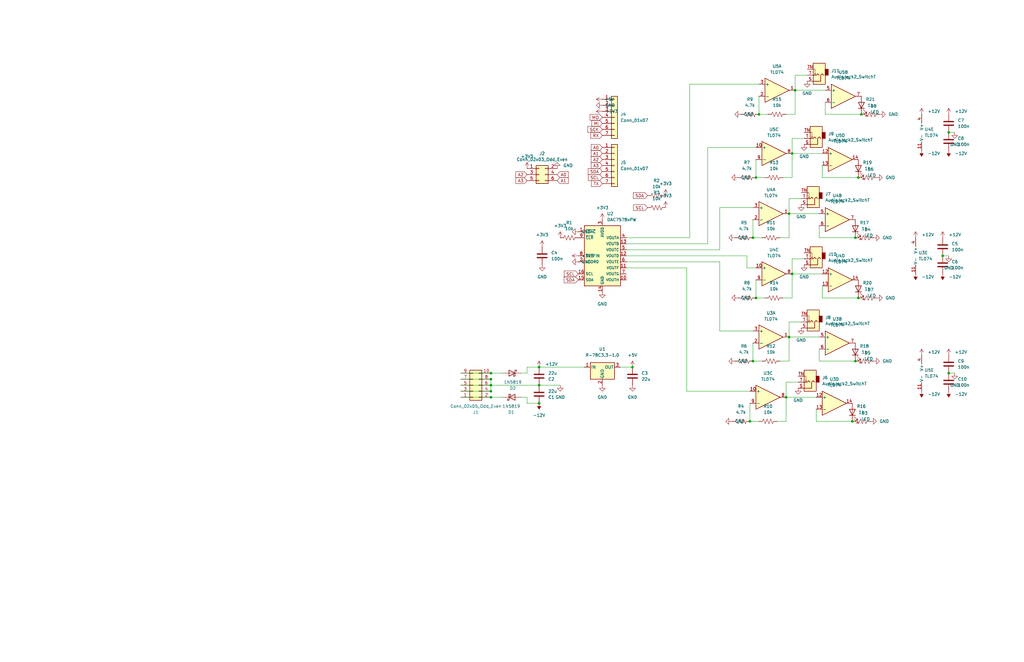
<source format=kicad_sch>
(kicad_sch (version 20211123) (generator eeschema)
  (paper "B")
  (lib_symbols
    (symbol "Amplifier_Operational:TL074" (pin_names (offset 0.127))
      (property "Reference" "U" (at 0 5.08 0))
      (property "Value" "TL074" (at 0 -5.08 0))
      (symbol "TL074_1_1"
        (polyline (pts (xy -5.08 5.08) (xy 5.08 0) (xy -5.08 -5.08) (xy -5.08 5.08)) (stroke (width 0.254)) (fill (type background)))
        (pin output line (at 7.62 0 180) (length 2.54) (name "~") (number "1"))
        (pin input line (at -7.62 -2.54 0) (length 2.54) (name "-") (number "2"))
        (pin input line (at -7.62 2.54 0) (length 2.54) (name "+") (number "3"))
      )
      (symbol "TL074_2_1"
        (polyline (pts (xy -5.08 5.08) (xy 5.08 0) (xy -5.08 -5.08) (xy -5.08 5.08)) (stroke (width 0.254)) (fill (type background)))
        (pin input line (at -7.62 2.54 0) (length 2.54) (name "+") (number "5"))
        (pin input line (at -7.62 -2.54 0) (length 2.54) (name "-") (number "6"))
        (pin output line (at 7.62 0 180) (length 2.54) (name "~") (number "7"))
      )
      (symbol "TL074_3_1"
        (polyline (pts (xy -5.08 5.08) (xy 5.08 0) (xy -5.08 -5.08) (xy -5.08 5.08)) (stroke (width 0.254)) (fill (type background)))
        (pin input line (at -7.62 2.54 0) (length 2.54) (name "+") (number "10"))
        (pin output line (at 7.62 0 180) (length 2.54) (name "~") (number "8"))
        (pin input line (at -7.62 -2.54 0) (length 2.54) (name "-") (number "9"))
      )
      (symbol "TL074_4_1"
        (polyline (pts (xy -5.08 5.08) (xy 5.08 0) (xy -5.08 -5.08) (xy -5.08 5.08)) (stroke (width 0.254)) (fill (type background)))
        (pin input line (at -7.62 2.54 0) (length 2.54) (name "+") (number "12"))
        (pin input line (at -7.62 -2.54 0) (length 2.54) (name "-") (number "13"))
        (pin output line (at 7.62 0 180) (length 2.54) (name "~") (number "14"))
      )
      (symbol "TL074_5_1"
        (pin power_in line (at -2.54 -7.62 90) (length 3.81) (name "V-") (number "11"))
        (pin power_in line (at -2.54 7.62 270) (length 3.81) (name "V+") (number "4"))
      )
    )
    (symbol "Analog_DAC:DAC7578xPW"
      (property "Reference" "U" (at -7.62 13.97 0))
      (property "Value" "DAC7578xPW" (at 7.62 13.97 0))
      (symbol "DAC7578xPW_0_1"
        (rectangle (start -7.62 12.7) (end 7.62 -12.7) (stroke (width 0.254)) (fill (type background)))
      )
      (symbol "DAC7578xPW_1_1"
        (pin input line (at -10.16 10.16 0) (length 2.54) (name "~{LDAC}") (number "1"))
        (pin output line (at 10.16 -10.16 180) (length 2.54) (name "VOUTH") (number "10"))
        (pin output line (at 10.16 -5.08 180) (length 2.54) (name "VOUTF") (number "11"))
        (pin output line (at 10.16 0 180) (length 2.54) (name "VOUTD") (number "12"))
        (pin output line (at 10.16 5.08 180) (length 2.54) (name "VOUTB") (number "13"))
        (pin power_in line (at 0 -15.24 90) (length 2.54) (name "GND") (number "14"))
        (pin bidirectional line (at -10.16 -10.16 0) (length 2.54) (name "SDA") (number "15"))
        (pin input line (at -10.16 -7.62 0) (length 2.54) (name "SCL") (number "16"))
        (pin input line (at -10.16 -2.54 0) (length 2.54) (name "ADDR0") (number "2"))
        (pin power_in line (at 0 15.24 270) (length 2.54) (name "AVDD") (number "3"))
        (pin output line (at 10.16 7.62 180) (length 2.54) (name "VOUTA") (number "4"))
        (pin output line (at 10.16 2.54 180) (length 2.54) (name "VOUTC") (number "5"))
        (pin output line (at 10.16 -2.54 180) (length 2.54) (name "VOUTE") (number "6"))
        (pin output line (at 10.16 -7.62 180) (length 2.54) (name "VOUTG") (number "7"))
        (pin input line (at -10.16 0 0) (length 2.54) (name "VREFIN") (number "8"))
        (pin input line (at -10.16 7.62 0) (length 2.54) (name "~{CLR}") (number "9"))
      )
    )
    (symbol "Connector:AudioJack2_SwitchT"
      (property "Reference" "J" (at 0 8.89 0))
      (property "Value" "AudioJack2_SwitchT" (at 0 6.35 0))
      (symbol "AudioJack2_SwitchT_0_1"
        (rectangle (start -2.54 0) (end -3.81 -2.54) (stroke (width 0.254)) (fill (type outline)))
        (polyline (pts (xy 1.778 -0.254) (xy 2.032 -0.762)))
        (polyline (pts (xy 0 0) (xy 0.635 -0.635) (xy 1.27 0) (xy 2.54 0)) (stroke (width 0.254)))
        (polyline (pts (xy 2.54 -2.54) (xy 1.778 -2.54) (xy 1.778 -0.254) (xy 1.524 -0.762)))
        (polyline (pts (xy 2.54 2.54) (xy -0.635 2.54) (xy -0.635 0) (xy -1.27 -0.635) (xy -1.905 0)) (stroke (width 0.254)))
        (rectangle (start 2.54 3.81) (end -2.54 -5.08) (stroke (width 0.254)) (fill (type background)))
      )
      (symbol "AudioJack2_SwitchT_1_1"
        (pin passive line (at 5.08 2.54 180) (length 2.54) (name "~") (number "S"))
        (pin passive line (at 5.08 0 180) (length 2.54) (name "~") (number "T"))
        (pin passive line (at 5.08 -2.54 180) (length 2.54) (name "~") (number "TN"))
      )
    )
    (symbol "Connector_Generic:Conn_01x07" (pin_names (offset 1.016) hide)
      (property "Reference" "J" (at 0 10.16 0))
      (property "Value" "Conn_01x07" (at 0 -10.16 0))
      (symbol "Conn_01x07_1_1"
        (rectangle (start -1.27 -7.493) (end 0 -7.747) (stroke (width 0.1524)))
        (rectangle (start -1.27 -4.953) (end 0 -5.207) (stroke (width 0.1524)))
        (rectangle (start -1.27 -2.413) (end 0 -2.667) (stroke (width 0.1524)))
        (rectangle (start -1.27 0.127) (end 0 -0.127) (stroke (width 0.1524)))
        (rectangle (start -1.27 2.667) (end 0 2.413) (stroke (width 0.1524)))
        (rectangle (start -1.27 5.207) (end 0 4.953) (stroke (width 0.1524)))
        (rectangle (start -1.27 7.747) (end 0 7.493) (stroke (width 0.1524)))
        (rectangle (start -1.27 8.89) (end 1.27 -8.89) (stroke (width 0.254)) (fill (type background)))
        (pin passive line (at -5.08 7.62 0) (length 3.81) (name "Pin_1") (number "1"))
        (pin passive line (at -5.08 5.08 0) (length 3.81) (name "Pin_2") (number "2"))
        (pin passive line (at -5.08 2.54 0) (length 3.81) (name "Pin_3") (number "3"))
        (pin passive line (at -5.08 0 0) (length 3.81) (name "Pin_4") (number "4"))
        (pin passive line (at -5.08 -2.54 0) (length 3.81) (name "Pin_5") (number "5"))
        (pin passive line (at -5.08 -5.08 0) (length 3.81) (name "Pin_6") (number "6"))
        (pin passive line (at -5.08 -7.62 0) (length 3.81) (name "Pin_7") (number "7"))
      )
    )
    (symbol "Connector_Generic:Conn_02x03_Odd_Even" (pin_names (offset 1.016) hide)
      (property "Reference" "J" (at 1.27 5.08 0))
      (property "Value" "Conn_02x03_Odd_Even" (at 1.27 -5.08 0))
      (symbol "Conn_02x03_Odd_Even_1_1"
        (rectangle (start -1.27 -2.413) (end 0 -2.667) (stroke (width 0.1524)))
        (rectangle (start -1.27 0.127) (end 0 -0.127) (stroke (width 0.1524)))
        (rectangle (start -1.27 2.667) (end 0 2.413) (stroke (width 0.1524)))
        (rectangle (start -1.27 3.81) (end 3.81 -3.81) (stroke (width 0.254)) (fill (type background)))
        (rectangle (start 3.81 -2.413) (end 2.54 -2.667) (stroke (width 0.1524)))
        (rectangle (start 3.81 0.127) (end 2.54 -0.127) (stroke (width 0.1524)))
        (rectangle (start 3.81 2.667) (end 2.54 2.413) (stroke (width 0.1524)))
        (pin passive line (at -5.08 2.54 0) (length 3.81) (name "Pin_1") (number "1"))
        (pin passive line (at 7.62 2.54 180) (length 3.81) (name "Pin_2") (number "2"))
        (pin passive line (at -5.08 0 0) (length 3.81) (name "Pin_3") (number "3"))
        (pin passive line (at 7.62 0 180) (length 3.81) (name "Pin_4") (number "4"))
        (pin passive line (at -5.08 -2.54 0) (length 3.81) (name "Pin_5") (number "5"))
        (pin passive line (at 7.62 -2.54 180) (length 3.81) (name "Pin_6") (number "6"))
      )
    )
    (symbol "Connector_Generic:Conn_02x05_Odd_Even" (pin_names (offset 1.016) hide)
      (property "Reference" "J" (at 1.27 7.62 0))
      (property "Value" "Conn_02x05_Odd_Even" (at 1.27 -7.62 0))
      (symbol "Conn_02x05_Odd_Even_1_1"
        (rectangle (start -1.27 -4.953) (end 0 -5.207) (stroke (width 0.1524)))
        (rectangle (start -1.27 -2.413) (end 0 -2.667) (stroke (width 0.1524)))
        (rectangle (start -1.27 0.127) (end 0 -0.127) (stroke (width 0.1524)))
        (rectangle (start -1.27 2.667) (end 0 2.413) (stroke (width 0.1524)))
        (rectangle (start -1.27 5.207) (end 0 4.953) (stroke (width 0.1524)))
        (rectangle (start -1.27 6.35) (end 3.81 -6.35) (stroke (width 0.254)) (fill (type background)))
        (rectangle (start 3.81 -4.953) (end 2.54 -5.207) (stroke (width 0.1524)))
        (rectangle (start 3.81 -2.413) (end 2.54 -2.667) (stroke (width 0.1524)))
        (rectangle (start 3.81 0.127) (end 2.54 -0.127) (stroke (width 0.1524)))
        (rectangle (start 3.81 2.667) (end 2.54 2.413) (stroke (width 0.1524)))
        (rectangle (start 3.81 5.207) (end 2.54 4.953) (stroke (width 0.1524)))
        (pin passive line (at -5.08 5.08 0) (length 3.81) (name "Pin_1") (number "1"))
        (pin passive line (at 7.62 -5.08 180) (length 3.81) (name "Pin_10") (number "10"))
        (pin passive line (at 7.62 5.08 180) (length 3.81) (name "Pin_2") (number "2"))
        (pin passive line (at -5.08 2.54 0) (length 3.81) (name "Pin_3") (number "3"))
        (pin passive line (at 7.62 2.54 180) (length 3.81) (name "Pin_4") (number "4"))
        (pin passive line (at -5.08 0 0) (length 3.81) (name "Pin_5") (number "5"))
        (pin passive line (at 7.62 0 180) (length 3.81) (name "Pin_6") (number "6"))
        (pin passive line (at -5.08 -2.54 0) (length 3.81) (name "Pin_7") (number "7"))
        (pin passive line (at 7.62 -2.54 180) (length 3.81) (name "Pin_8") (number "8"))
        (pin passive line (at -5.08 -5.08 0) (length 3.81) (name "Pin_9") (number "9"))
      )
    )
    (symbol "Device:C" (pin_numbers hide) (pin_names (offset 0.254))
      (property "Reference" "C" (at 0.635 2.54 0))
      (property "Value" "C" (at 0.635 -2.54 0))
      (symbol "C_0_1"
        (polyline (pts (xy -2.032 -0.762) (xy 2.032 -0.762)) (stroke (width 0.508)))
        (polyline (pts (xy -2.032 0.762) (xy 2.032 0.762)) (stroke (width 0.508)))
      )
      (symbol "C_1_1"
        (pin passive line (at 0 3.81 270) (length 2.794) (name "~") (number "1"))
        (pin passive line (at 0 -3.81 90) (length 2.794) (name "~") (number "2"))
      )
    )
    (symbol "Device:LED" (pin_numbers hide) (pin_names (offset 1.016) hide)
      (property "Reference" "D" (at 0 2.54 0))
      (property "Value" "LED" (at 0 -2.54 0))
      (symbol "LED_0_1"
        (polyline (pts (xy -1.27 -1.27) (xy -1.27 1.27)) (stroke (width 0.254)))
        (polyline (pts (xy -1.27 0) (xy 1.27 0)))
        (polyline (pts (xy 1.27 -1.27) (xy 1.27 1.27) (xy -1.27 0) (xy 1.27 -1.27)) (stroke (width 0.254)))
        (polyline (pts (xy -3.048 -0.762) (xy -4.572 -2.286) (xy -3.81 -2.286) (xy -4.572 -2.286) (xy -4.572 -1.524)))
        (polyline (pts (xy -1.778 -0.762) (xy -3.302 -2.286) (xy -2.54 -2.286) (xy -3.302 -2.286) (xy -3.302 -1.524)))
      )
      (symbol "LED_1_1"
        (pin passive line (at -3.81 0 0) (length 2.54) (name "K") (number "1"))
        (pin passive line (at 3.81 0 180) (length 2.54) (name "A") (number "2"))
      )
    )
    (symbol "Device:R_US" (pin_numbers hide) (pin_names (offset 0))
      (property "Reference" "R" (at 2.54 0 90))
      (property "Value" "R_US" (at -2.54 0 90))
      (symbol "R_US_0_1"
        (polyline (pts (xy 0 -2.286) (xy 0 -2.54)))
        (polyline (pts (xy 0 2.286) (xy 0 2.54)))
        (polyline (pts (xy 0 -0.762) (xy 1.016 -1.143) (xy 0 -1.524) (xy -1.016 -1.905) (xy 0 -2.286)))
        (polyline (pts (xy 0 0.762) (xy 1.016 0.381) (xy 0 0) (xy -1.016 -0.381) (xy 0 -0.762)))
        (polyline (pts (xy 0 2.286) (xy 1.016 1.905) (xy 0 1.524) (xy -1.016 1.143) (xy 0 0.762)))
      )
      (symbol "R_US_1_1"
        (pin passive line (at 0 3.81 270) (length 1.27) (name "~") (number "1"))
        (pin passive line (at 0 -3.81 90) (length 1.27) (name "~") (number "2"))
      )
    )
    (symbol "Diode:1N5819" (pin_numbers hide) (pin_names (offset 1.016) hide)
      (property "Reference" "D" (at 0 2.54 0))
      (property "Value" "1N5819" (at 0 -2.54 0))
      (symbol "1N5819_0_1"
        (polyline (pts (xy 1.27 0) (xy -1.27 0)))
        (polyline (pts (xy 1.27 1.27) (xy 1.27 -1.27) (xy -1.27 0) (xy 1.27 1.27)) (stroke (width 0.254)))
        (polyline (pts (xy -1.905 0.635) (xy -1.905 1.27) (xy -1.27 1.27) (xy -1.27 -1.27) (xy -0.635 -1.27) (xy -0.635 -0.635)) (stroke (width 0.254)))
      )
      (symbol "1N5819_1_1"
        (pin passive line (at -3.81 0 0) (length 2.54) (name "K") (number "1"))
        (pin passive line (at 3.81 0 180) (length 2.54) (name "A") (number "2"))
      )
    )
    (symbol "Regulator_Switching:R-78C3.3-1.0" (pin_names (offset 0.254))
      (property "Reference" "U" (at -3.81 3.175 0))
      (property "Value" "R-78C3.3-1.0" (at 0 3.175 0))
      (symbol "R-78C3.3-1.0_0_1"
        (rectangle (start -5.08 1.905) (end 5.08 -5.08) (stroke (width 0.254)) (fill (type background)))
      )
      (symbol "R-78C3.3-1.0_1_1"
        (pin power_in line (at -7.62 0 0) (length 2.54) (name "IN") (number "1"))
        (pin power_in line (at 0 -7.62 90) (length 2.54) (name "GND") (number "2"))
        (pin power_out line (at 7.62 0 180) (length 2.54) (name "OUT") (number "3"))
      )
    )
    (symbol "power:+12V" (power) (pin_names (offset 0))
      (property "Value" "+12V" (at 0 3.556 0))
      (symbol "+12V_0_1"
        (polyline (pts (xy -0.762 1.27) (xy 0 2.54)))
        (polyline (pts (xy 0 0) (xy 0 2.54)))
        (polyline (pts (xy 0 2.54) (xy 0.762 1.27)))
      )
      (symbol "+12V_1_1"
        (pin power_in line (at 0 0 90) (length 0) hide (name "+12V") (number "1"))
      )
    )
    (symbol "power:+3.3V" (power) (pin_names (offset 0))
      (property "Value" "+3.3V" (at 0 3.556 0))
      (symbol "+3.3V_0_1"
        (polyline (pts (xy -0.762 1.27) (xy 0 2.54)))
        (polyline (pts (xy 0 0) (xy 0 2.54)))
        (polyline (pts (xy 0 2.54) (xy 0.762 1.27)))
      )
      (symbol "+3.3V_1_1"
        (pin power_in line (at 0 0 90) (length 0) hide (name "+3V3") (number "1"))
      )
    )
    (symbol "power:+5V" (power) (pin_names (offset 0))
      (property "Value" "+5V" (at 0 3.556 0))
      (symbol "+5V_0_1"
        (polyline (pts (xy -0.762 1.27) (xy 0 2.54)))
        (polyline (pts (xy 0 0) (xy 0 2.54)))
        (polyline (pts (xy 0 2.54) (xy 0.762 1.27)))
      )
      (symbol "+5V_1_1"
        (pin power_in line (at 0 0 90) (length 0) hide (name "+5V") (number "1"))
      )
    )
    (symbol "power:-12V" (power) (pin_names (offset 0))
      (property "Value" "-12V" (at 0 3.81 0))
      (symbol "-12V_0_0"
        (pin power_in line (at 0 0 90) (length 0) hide (name "-12V") (number "1"))
      )
      (symbol "-12V_0_1"
        (polyline (pts (xy 0 0) (xy 0 1.27) (xy 0.762 1.27) (xy 0 2.54) (xy -0.762 1.27) (xy 0 1.27)) (fill (type outline)))
      )
    )
    (symbol "power:GND" (power) (pin_names (offset 0))
      (property "Value" "GND" (at 0 -3.81 0))
      (symbol "GND_0_1"
        (polyline (pts (xy 0 0) (xy 0 -1.27) (xy 1.27 -1.27) (xy 0 -2.54) (xy -1.27 -1.27) (xy 0 -1.27)))
      )
      (symbol "GND_1_1"
        (pin power_in line (at 0 0 270) (length 0) hide (name "GND") (number "1"))
      )
    )
  )
  (junction (at 332.74 90.17))
  (junction (at 360.68 100.33))
  (junction (at 332.74 142.24))
  (junction (at 363.22 48.26))
  (junction (at 359.41 177.8))
  (junction (at 207.01 160.02))
  (junction (at 397.51 107.95))
  (junction (at 207.01 157.48))
  (junction (at 317.5 152.4))
  (junction (at 400.05 55.88))
  (junction (at 334.01 64.77))
  (junction (at 400.05 157.48))
  (junction (at 207.01 165.1))
  (junction (at 227.33 162.56))
  (junction (at 318.77 125.73))
  (junction (at 207.01 162.56))
  (junction (at 334.01 115.57))
  (junction (at 335.28 38.1))
  (junction (at 227.33 170.18))
  (junction (at 266.7 154.94))
  (junction (at 320.04 48.26))
  (junction (at 317.5 100.33))
  (junction (at 331.47 167.64))
  (junction (at 207.01 167.64))
  (junction (at 318.77 74.93))
  (junction (at 227.33 154.94))
  (junction (at 361.95 74.93))
  (junction (at 360.68 152.4))
  (junction (at 316.23 177.8))
  (junction (at 361.95 125.73))
  (wire (pts (xy 222.25 167.64) (xy 219.71 167.64)))
  (wire (pts (xy 331.47 161.29) (xy 331.47 167.64)))
  (wire (pts (xy 303.53 105.41) (xy 303.53 87.63)))
  (wire (pts (xy 194.31 157.48) (xy 207.01 157.48)))
  (wire (pts (xy 334.01 64.77) (xy 346.71 64.77)))
  (wire (pts (xy 316.23 177.8) (xy 320.04 177.8)))
  (wire (pts (xy 222.25 157.48) (xy 219.71 157.48)))
  (wire (pts (xy 335.28 31.75) (xy 335.28 38.1)))
  (wire (pts (xy 339.09 58.42) (xy 334.01 58.42)))
  (wire (pts (xy 317.5 152.4) (xy 321.31 152.4)))
  (wire (pts (xy 207.01 165.1) (xy 207.01 162.56)))
  (wire (pts (xy 331.47 167.64) (xy 331.47 177.8)))
  (wire (pts (xy 264.16 102.87) (xy 298.45 102.87)))
  (wire (pts (xy 303.53 87.63) (xy 317.5 87.63)))
  (wire (pts (xy 345.44 147.32) (xy 345.44 152.4)))
  (wire (pts (xy 303.53 110.49) (xy 303.53 139.7)))
  (wire (pts (xy 332.74 90.17) (xy 345.44 90.17)))
  (wire (pts (xy 332.74 152.4) (xy 328.93 152.4)))
  (wire (pts (xy 332.74 90.17) (xy 332.74 100.33)))
  (wire (pts (xy 227.33 170.18) (xy 222.25 170.18)))
  (wire (pts (xy 318.77 118.11) (xy 318.77 125.73)))
  (wire (pts (xy 344.17 172.72) (xy 344.17 177.8)))
  (wire (pts (xy 346.71 120.65) (xy 346.71 125.73)))
  (wire (pts (xy 289.56 165.1) (xy 289.56 113.03)))
  (wire (pts (xy 264.16 105.41) (xy 303.53 105.41)))
  (wire (pts (xy 207.01 157.48) (xy 212.09 157.48)))
  (wire (pts (xy 320.04 48.26) (xy 323.85 48.26)))
  (wire (pts (xy 331.47 177.8) (xy 327.66 177.8)))
  (wire (pts (xy 290.83 100.33) (xy 290.83 35.56)))
  (wire (pts (xy 194.31 162.56) (xy 207.01 162.56)))
  (wire (pts (xy 222.25 170.18) (xy 222.25 167.64)))
  (wire (pts (xy 298.45 62.23) (xy 318.77 62.23)))
  (wire (pts (xy 332.74 142.24) (xy 332.74 152.4)))
  (wire (pts (xy 334.01 115.57) (xy 334.01 125.73)))
  (wire (pts (xy 334.01 115.57) (xy 346.71 115.57)))
  (wire (pts (xy 261.62 154.94) (xy 266.7 154.94)))
  (wire (pts (xy 318.77 67.31) (xy 318.77 74.93)))
  (wire (pts (xy 227.33 162.56) (xy 236.22 162.56)))
  (wire (pts (xy 317.5 100.33) (xy 321.31 100.33)))
  (wire (pts (xy 314.96 107.95) (xy 314.96 113.03)))
  (wire (pts (xy 332.74 135.89) (xy 332.74 142.24)))
  (wire (pts (xy 397.51 107.95) (xy 400.05 107.95)))
  (wire (pts (xy 346.71 69.85) (xy 346.71 74.93)))
  (wire (pts (xy 347.98 43.18) (xy 347.98 48.26)))
  (wire (pts (xy 334.01 109.22) (xy 334.01 115.57)))
  (wire (pts (xy 334.01 125.73) (xy 330.2 125.73)))
  (wire (pts (xy 264.16 110.49) (xy 303.53 110.49)))
  (wire (pts (xy 335.28 38.1) (xy 335.28 48.26)))
  (wire (pts (xy 298.45 102.87) (xy 298.45 62.23)))
  (wire (pts (xy 339.09 109.22) (xy 334.01 109.22)))
  (wire (pts (xy 290.83 35.56) (xy 320.04 35.56)))
  (wire (pts (xy 289.56 165.1) (xy 316.23 165.1)))
  (wire (pts (xy 335.28 48.26) (xy 331.47 48.26)))
  (wire (pts (xy 317.5 92.71) (xy 317.5 100.33)))
  (wire (pts (xy 207.01 167.64) (xy 212.09 167.64)))
  (wire (pts (xy 345.44 152.4) (xy 360.68 152.4)))
  (wire (pts (xy 400.05 157.48) (xy 402.59 157.48)))
  (wire (pts (xy 336.55 161.29) (xy 331.47 161.29)))
  (wire (pts (xy 303.53 139.7) (xy 317.5 139.7)))
  (wire (pts (xy 346.71 74.93) (xy 361.95 74.93)))
  (wire (pts (xy 331.47 167.64) (xy 344.17 167.64)))
  (wire (pts (xy 227.33 154.94) (xy 246.38 154.94)))
  (wire (pts (xy 207.01 162.56) (xy 207.01 160.02)))
  (wire (pts (xy 264.16 100.33) (xy 290.83 100.33)))
  (wire (pts (xy 337.82 83.82) (xy 332.74 83.82)))
  (wire (pts (xy 347.98 48.26) (xy 363.22 48.26)))
  (wire (pts (xy 337.82 135.89) (xy 332.74 135.89)))
  (wire (pts (xy 334.01 74.93) (xy 330.2 74.93)))
  (wire (pts (xy 318.77 74.93) (xy 322.58 74.93)))
  (wire (pts (xy 194.31 167.64) (xy 207.01 167.64)))
  (wire (pts (xy 318.77 125.73) (xy 322.58 125.73)))
  (wire (pts (xy 194.31 160.02) (xy 207.01 160.02)))
  (wire (pts (xy 346.71 125.73) (xy 361.95 125.73)))
  (wire (pts (xy 318.77 113.03) (xy 314.96 113.03)))
  (wire (pts (xy 194.31 165.1) (xy 207.01 165.1)))
  (wire (pts (xy 400.05 55.88) (xy 402.59 55.88)))
  (wire (pts (xy 332.74 83.82) (xy 332.74 90.17)))
  (wire (pts (xy 332.74 100.33) (xy 328.93 100.33)))
  (wire (pts (xy 332.74 142.24) (xy 345.44 142.24)))
  (wire (pts (xy 345.44 100.33) (xy 360.68 100.33)))
  (wire (pts (xy 264.16 107.95) (xy 314.96 107.95)))
  (wire (pts (xy 334.01 64.77) (xy 334.01 74.93)))
  (wire (pts (xy 227.33 154.94) (xy 222.25 154.94)))
  (wire (pts (xy 335.28 38.1) (xy 347.98 38.1)))
  (wire (pts (xy 207.01 162.56) (xy 227.33 162.56)))
  (wire (pts (xy 340.36 31.75) (xy 335.28 31.75)))
  (wire (pts (xy 344.17 177.8) (xy 359.41 177.8)))
  (wire (pts (xy 317.5 144.78) (xy 317.5 152.4)))
  (wire (pts (xy 334.01 58.42) (xy 334.01 64.77)))
  (wire (pts (xy 345.44 95.25) (xy 345.44 100.33)))
  (wire (pts (xy 289.56 113.03) (xy 264.16 113.03)))
  (wire (pts (xy 316.23 170.18) (xy 316.23 177.8)))
  (wire (pts (xy 222.25 154.94) (xy 222.25 157.48)))
  (wire (pts (xy 320.04 40.64) (xy 320.04 48.26)))
  (global_label "MI" (shape input) (at 254 52.07 180) (property "Intersheet References" "${INTERSHEET_REFS}" (effects hide)))
  (global_label "A3" (shape input) (at 222.25 76.2 180) (property "Intersheet References" "${INTERSHEET_REFS}" (effects hide)))
  (global_label "RX" (shape input) (at 254 57.15 180) (property "Intersheet References" "${INTERSHEET_REFS}" (effects hide)))
  (global_label "A0" (shape input) (at 234.95 73.66 0) (property "Intersheet References" "${INTERSHEET_REFS}" (effects hide)))
  (global_label "A2" (shape input) (at 222.25 73.66 180) (property "Intersheet References" "${INTERSHEET_REFS}" (effects hide)))
  (global_label "SDA" (shape input) (at 273.05 82.55 180) (property "Intersheet References" "${INTERSHEET_REFS}" (effects hide)))
  (global_label "A1" (shape input) (at 234.95 76.2 0) (property "Intersheet References" "${INTERSHEET_REFS}" (effects hide)))
  (global_label "A1" (shape input) (at 254 64.77 180) (property "Intersheet References" "${INTERSHEET_REFS}" (effects hide)))
  (global_label "SDA" (shape input) (at 254 72.39 180) (property "Intersheet References" "${INTERSHEET_REFS}" (effects hide)))
  (global_label "SDA" (shape input) (at 243.84 118.11 180) (property "Intersheet References" "${INTERSHEET_REFS}" (effects hide)))
  (global_label "TX" (shape input) (at 254 77.47 180) (property "Intersheet References" "${INTERSHEET_REFS}" (effects hide)))
  (global_label "SCL" (shape input) (at 254 74.93 180) (property "Intersheet References" "${INTERSHEET_REFS}" (effects hide)))
  (global_label "A3" (shape input) (at 254 69.85 180) (property "Intersheet References" "${INTERSHEET_REFS}" (effects hide)))
  (global_label "A0" (shape input) (at 254 62.23 180) (property "Intersheet References" "${INTERSHEET_REFS}" (effects hide)))
  (global_label "SCK" (shape input) (at 254 54.61 180) (property "Intersheet References" "${INTERSHEET_REFS}" (effects hide)))
  (global_label "SCL" (shape input) (at 273.05 87.63 180) (property "Intersheet References" "${INTERSHEET_REFS}" (effects hide)))
  (global_label "SCL" (shape input) (at 243.84 115.57 180) (property "Intersheet References" "${INTERSHEET_REFS}" (effects hide)))
  (global_label "A2" (shape input) (at 254 67.31 180) (property "Intersheet References" "${INTERSHEET_REFS}" (effects hide)))
  (global_label "MO" (shape input) (at 254 49.53 180) (property "Intersheet References" "${INTERSHEET_REFS}" (effects hide)))
  (symbol (lib_id "Device:R_US") (at 364.49 100.33 90) (unit 1)
    (property "Reference" "R17" (at 364.49 93.98 90))
    (property "Value" "1k" (at 364.49 96.52 90))
    (property "Footprint" "Resistor_SMD:R_0603_1608Metric" (effects hide))
  )
  (symbol (lib_id "Regulator_Switching:R-78C3.3-1.0") (at 254 154.94 0) (unit 1)
    (property "Reference" "U1" (at 254 147.32 0))
    (property "Value" "R-78C3.3-1.0" (at 254 149.86 0))
    (property "Footprint" "Converter_DCDC:Converter_DCDC_RECOM_R-78E-0.5_THT" (effects hide))
    (property "Datasheet" "https://www.recom-power.com/pdf/Innoline/R-78Cxx-1.0.pdf" (effects hide))
  )
  (symbol (lib_id "Device:R_US") (at 316.23 48.26 270) (unit 1)
    (property "Reference" "R9" (at 316.23 41.91 90))
    (property "Value" "4.7k" (at 316.23 44.45 90))
    (property "Footprint" "Resistor_SMD:R_0603_1608Metric" (effects hide))
  )
  (symbol (lib_id "power:+3.3V") (at 228.6 104.14 0) (unit 1)
    (property "Reference" "#PWR010" (effects hide))
    (property "Value" "+3.3V" (at 228.6 99.06 0))
  )
  (symbol (lib_id "power:GND") (at 309.88 100.33 270) (unit 1)
    (property "Reference" "#PWR024" (effects hide))
    (property "Value" "GND" (at 311.15 100.3299 90) (effects (justify left)))
  )
  (symbol (lib_id "Amplifier_Operational:TL074") (at 353.06 92.71 0) (unit 2)
    (property "Reference" "U4" (at 353.06 82.55 0))
    (property "Value" "TL074" (at 353.06 85.09 0))
    (property "Footprint" "Package_SO:SOIC-14_3.9x8.7mm_P1.27mm" (effects hide))
    (property "Datasheet" "http://www.ti.com/lit/ds/symlink/tl071.pdf" (effects hide))
  )
  (symbol (lib_id "power:GND") (at 368.3 152.4 90) (unit 1)
    (property "Reference" "#PWR037" (effects hide))
    (property "Value" "GND" (at 372.11 152.3999 90) (effects (justify right)))
  )
  (symbol (lib_id "Connector:AudioJack2_SwitchT") (at 342.9 135.89 180) (unit 1)
    (property "Reference" "J8" (at 347.98 133.9849 0) (effects (justify right)))
    (property "Value" "AudioJack2_SwitchT" (at 347.98 136.5249 0) (effects (justify right)))
    (property "Footprint" "Connector_Audio:Jack_3.5mm_QingPu_WQP-PJ398SM_Vertical_CircularHoles" (effects hide))
  )
  (symbol (lib_id "power:+12V") (at 386.08 100.33 0) (unit 1)
    (property "Reference" "#PWR041" (effects hide))
    (property "Value" "+12V" (at 388.62 99.0599 0) (effects (justify left)))
  )
  (symbol (lib_id "power:+5V") (at 209.55 360.68 0) (unit 1)
    (property "Reference" "#PWR07" (effects hide))
    (property "Value" "+5V" (at 209.55 357.124 0))
  )
  (symbol (lib_id "Device:C") (at 397.51 104.14 180) (unit 1)
    (property "Reference" "C5" (at 401.32 102.8699 0) (effects (justify right)))
    (property "Value" "100n" (at 401.32 105.4099 0) (effects (justify right)))
    (property "Footprint" "Capacitor_SMD:C_0603_1608Metric" (effects hide))
  )
  (symbol (lib_id "Amplifier_Operational:TL074") (at 354.33 67.31 0) (unit 4)
    (property "Reference" "U5" (at 354.33 57.15 0))
    (property "Value" "TL074" (at 354.33 59.69 0))
    (property "Footprint" "Package_SO:SOIC-14_3.9x8.7mm_P1.27mm" (effects hide))
    (property "Datasheet" "http://www.ti.com/lit/ds/symlink/tl071.pdf" (effects hide))
  )
  (symbol (lib_id "power:GND") (at 400.05 107.95 0) (unit 1)
    (property "Reference" "#PWR051" (effects hide))
    (property "Value" "GND" (at 400.05 113.03 0))
  )
  (symbol (lib_id "power:GND") (at 228.6 111.76 0) (unit 1)
    (property "Reference" "#PWR011" (effects hide))
    (property "Value" "GND" (at 228.6 116.84 0))
  )
  (symbol (lib_id "power:+12V") (at 388.62 48.26 0) (unit 1)
    (property "Reference" "#PWR043" (effects hide))
    (property "Value" "+12V" (at 391.16 46.9899 0) (effects (justify left)))
  )
  (symbol (lib_id "Device:R_US") (at 367.03 48.26 90) (unit 1)
    (property "Reference" "R21" (at 367.03 41.91 90))
    (property "Value" "1k" (at 367.03 44.45 90))
    (property "Footprint" "Resistor_SMD:R_0603_1608Metric" (effects hide))
  )
  (symbol (lib_id "power:GND") (at 368.3 100.33 90) (unit 1)
    (property "Reference" "#PWR036" (effects hide))
    (property "Value" "GND" (at 372.11 100.3299 90) (effects (justify right)))
  )
  (symbol (lib_id "power:GND") (at 402.59 157.48 0) (unit 1)
    (property "Reference" "#PWR055" (effects hide))
    (property "Value" "GND" (at 402.59 162.56 0))
  )
  (symbol (lib_id "Amplifier_Operational:TL074") (at 391.16 157.48 0) (unit 5)
    (property "Reference" "U5" (at 389.89 156.2099 0) (effects (justify left)))
    (property "Value" "TL074" (at 389.89 158.7499 0) (effects (justify left)))
    (property "Footprint" "Package_SO:SOIC-14_3.9x8.7mm_P1.27mm" (effects hide))
    (property "Datasheet" "http://www.ti.com/lit/ds/symlink/tl071.pdf" (effects hide))
  )
  (symbol (lib_id "Connector_Generic:Conn_01x07") (at 259.08 69.85 0) (unit 1)
    (property "Reference" "J5" (at 261.62 68.5799 0) (effects (justify left)))
    (property "Value" "Conn_01x07" (at 261.62 71.1199 0) (effects (justify left)))
    (property "Footprint" "Connector_PinSocket_2.54mm:PinSocket_1x07_P2.54mm_Vertical" (effects hide))
  )
  (symbol (lib_id "power:GND") (at 243.84 97.79 270) (unit 1)
    (property "Reference" "#PWR013" (effects hide))
    (property "Value" "GND" (at 245.11 97.7899 90) (effects (justify left)))
  )
  (symbol (lib_id "Diode:1N5819") (at 215.9 157.48 0) (mirror y) (unit 1)
    (property "Reference" "D2" (at 216.2175 163.83 0))
    (property "Value" "1N5819" (at 216.2175 161.29 0))
    (property "Footprint" "Diode_SMD:D_SOD-123" (effects hide))
    (property "Datasheet" "http://www.vishay.com/docs/88525/1n5817.pdf" (effects hide))
  )
  (symbol (lib_id "Connector:AudioJack2_SwitchT") (at 345.44 31.75 180) (unit 1)
    (property "Reference" "J11" (at 350.52 29.8449 0) (effects (justify right)))
    (property "Value" "AudioJack2_SwitchT" (at 350.52 32.3849 0) (effects (justify right)))
    (property "Footprint" "Connector_Audio:Jack_3.5mm_QingPu_WQP-PJ398SM_Vertical_CircularHoles" (effects hide))
  )
  (symbol (lib_id "power:GND") (at 337.82 138.43 0) (unit 1)
    (property "Reference" "#PWR031" (effects hide))
    (property "Value" "GND" (at 337.82 143.51 0))
  )
  (symbol (lib_id "Amplifier_Operational:TL074") (at 388.62 107.95 0) (unit 5)
    (property "Reference" "U3" (at 387.35 106.6799 0) (effects (justify left)))
    (property "Value" "TL074" (at 387.35 109.2199 0) (effects (justify left)))
    (property "Footprint" "Package_SO:SOIC-14_3.9x8.7mm_P1.27mm" (effects hide))
    (property "Datasheet" "http://www.ti.com/lit/ds/symlink/tl071.pdf" (effects hide))
  )
  (symbol (lib_id "power:GND") (at 336.55 163.83 0) (unit 1)
    (property "Reference" "#PWR029" (effects hide))
    (property "Value" "GND" (at 336.55 168.91 0))
  )
  (symbol (lib_id "Device:R_US") (at 363.22 177.8 90) (unit 1)
    (property "Reference" "R16" (at 363.22 171.45 90))
    (property "Value" "1k" (at 363.22 173.99 90))
    (property "Footprint" "Resistor_SMD:R_0603_1608Metric" (effects hide))
  )
  (symbol (lib_id "Amplifier_Operational:TL074") (at 351.79 170.18 0) (unit 4)
    (property "Reference" "U3" (at 351.79 160.02 0))
    (property "Value" "TL074" (at 351.79 162.56 0))
    (property "Footprint" "Package_SO:SOIC-14_3.9x8.7mm_P1.27mm" (effects hide))
    (property "Datasheet" "http://www.ti.com/lit/ds/symlink/tl071.pdf" (effects hide))
  )
  (symbol (lib_id "Connector_Generic:Conn_02x03_Odd_Even") (at 227.33 73.66 0) (unit 1)
    (property "Reference" "J2" (at 228.6 64.77 0))
    (property "Value" "Conn_02x03_Odd_Even" (at 228.6 67.31 0))
    (property "Footprint" "Connector_PinHeader_2.54mm:PinHeader_2x03_P2.54mm_Vertical" (effects hide))
  )
  (symbol (lib_id "Connector:AudioJack2_SwitchT") (at 344.17 109.22 180) (unit 1)
    (property "Reference" "J10" (at 349.25 107.3149 0) (effects (justify right)))
    (property "Value" "AudioJack2_SwitchT" (at 349.25 109.8549 0) (effects (justify right)))
    (property "Footprint" "Connector_Audio:Jack_3.5mm_QingPu_WQP-PJ398SM_Vertical_CircularHoles" (effects hide))
  )
  (symbol (lib_id "Device:LED") (at 361.95 71.12 90) (unit 1)
    (property "Reference" "D6" (at 365.76 71.4374 90) (effects (justify right)))
    (property "Value" "LED" (at 365.76 73.9774 90) (effects (justify right)))
    (property "Footprint" "LED_THT:LED_D3.0mm_FlatTop" (effects hide))
  )
  (symbol (lib_id "power:GND") (at 312.42 48.26 270) (unit 1)
    (property "Reference" "#PWR028" (effects hide))
    (property "Value" "GND" (at 313.69 48.2599 90) (effects (justify left)))
  )
  (symbol (lib_id "Device:C") (at 400.05 52.07 180) (unit 1)
    (property "Reference" "C7" (at 403.86 50.7999 0) (effects (justify right)))
    (property "Value" "100n" (at 403.86 53.3399 0) (effects (justify right)))
    (property "Footprint" "Capacitor_SMD:C_0603_1608Metric" (effects hide))
  )
  (symbol (lib_id "Amplifier_Operational:TL074") (at 355.6 40.64 0) (unit 2)
    (property "Reference" "U5" (at 355.6 30.48 0))
    (property "Value" "TL074" (at 355.6 33.02 0))
    (property "Footprint" "Package_SO:SOIC-14_3.9x8.7mm_P1.27mm" (effects hide))
    (property "Datasheet" "http://www.ti.com/lit/ds/symlink/tl071.pdf" (effects hide))
  )
  (symbol (lib_id "Connector:AudioJack2_SwitchT") (at 342.9 83.82 180) (unit 1)
    (property "Reference" "J7" (at 347.98 81.9149 0) (effects (justify right)))
    (property "Value" "AudioJack2_SwitchT" (at 347.98 84.4549 0) (effects (justify right)))
    (property "Footprint" "Connector_Audio:Jack_3.5mm_QingPu_WQP-PJ398SM_Vertical_CircularHoles" (effects hide))
  )
  (symbol (lib_id "power:-12V") (at 388.62 165.1 180) (unit 1)
    (property "Reference" "#PWR046" (effects hide))
    (property "Value" "-12V" (at 391.16 166.3699 0) (effects (justify right)))
  )
  (symbol (lib_id "Device:C") (at 227.33 158.75 0) (mirror x) (unit 1)
    (property "Reference" "C2" (at 231.14 160.0201 0) (effects (justify left)))
    (property "Value" "22u" (at 231.14 157.4801 0) (effects (justify left)))
    (property "Footprint" "Capacitor_SMD:C_0805_2012Metric" (effects hide))
  )
  (symbol (lib_id "Analog_DAC:DAC7578xPW") (at 254 107.95 0) (unit 1)
    (property "Reference" "U2" (at 255.9495 90.17 0) (effects (justify left)))
    (property "Value" "DAC7578xPW" (at 255.9495 92.71 0) (effects (justify left)))
    (property "Footprint" "Package_SO:TSSOP-16_4.4x5mm_P0.65mm" (effects hide))
    (property "Datasheet" "http://www.ti.com/lit/ds/symlink/dac5578.pdf" (effects hide))
  )
  (symbol (lib_id "power:-12V") (at 227.33 170.18 0) (mirror x) (unit 1)
    (property "Reference" "#PWR01" (effects hide))
    (property "Value" "-12V" (at 227.33 175.26 0))
  )
  (symbol (lib_id "Device:R_US") (at 276.86 82.55 90) (unit 1)
    (property "Reference" "R2" (at 276.86 76.2 90))
    (property "Value" "10k" (at 276.86 78.74 90))
    (property "Footprint" "Resistor_SMD:R_0603_1608Metric" (effects hide))
  )
  (symbol (lib_id "power:-12V") (at 400.05 63.5 180) (unit 1)
    (property "Reference" "#PWR050" (effects hide))
    (property "Value" "-12V" (at 402.59 64.7699 0) (effects (justify right)))
  )
  (symbol (lib_id "Amplifier_Operational:TL074") (at 354.33 118.11 0) (unit 4)
    (property "Reference" "U4" (at 354.33 107.95 0))
    (property "Value" "TL074" (at 354.33 110.49 0))
    (property "Footprint" "Package_SO:SOIC-14_3.9x8.7mm_P1.27mm" (effects hide))
    (property "Datasheet" "http://www.ti.com/lit/ds/symlink/tl071.pdf" (effects hide))
  )
  (symbol (lib_id "Amplifier_Operational:TL074") (at 326.39 115.57 0) (unit 3)
    (property "Reference" "U4" (at 326.39 105.41 0))
    (property "Value" "TL074" (at 326.39 107.95 0))
    (property "Footprint" "Package_SO:SOIC-14_3.9x8.7mm_P1.27mm" (effects hide))
    (property "Datasheet" "http://www.ti.com/lit/ds/symlink/tl071.pdf" (effects hide))
  )
  (symbol (lib_id "power:GND") (at 254 44.45 270) (unit 1)
    (property "Reference" "#PWR017" (effects hide))
    (property "Value" "GND" (at 255.27 44.4499 90) (effects (justify left)))
  )
  (symbol (lib_id "Device:LED") (at 360.68 96.52 90) (unit 1)
    (property "Reference" "D4" (at 364.49 96.8374 90) (effects (justify right)))
    (property "Value" "LED" (at 364.49 99.3774 90) (effects (justify right)))
    (property "Footprint" "LED_THT:LED_D3.0mm_FlatTop" (effects hide))
  )
  (symbol (lib_id "power:GND") (at 309.88 152.4 270) (unit 1)
    (property "Reference" "#PWR025" (effects hide))
    (property "Value" "GND" (at 311.15 152.3999 90) (effects (justify left)))
  )
  (symbol (lib_id "Amplifier_Operational:TL074") (at 391.16 55.88 0) (unit 5)
    (property "Reference" "U4" (at 389.89 54.6099 0) (effects (justify left)))
    (property "Value" "TL074" (at 389.89 57.1499 0) (effects (justify left)))
    (property "Footprint" "Package_SO:SOIC-14_3.9x8.7mm_P1.27mm" (effects hide))
    (property "Datasheet" "http://www.ti.com/lit/ds/symlink/tl071.pdf" (effects hide))
  )
  (symbol (lib_id "power:GND") (at 234.95 71.12 180) (unit 1)
    (property "Reference" "#PWR0101" (effects hide))
    (property "Value" "GND" (at 237.49 69.8499 0) (effects (justify right)))
  )
  (symbol (lib_id "power:-12V") (at 388.62 63.5 180) (unit 1)
    (property "Reference" "#PWR044" (effects hide))
    (property "Value" "-12V" (at 391.16 64.7699 0) (effects (justify right)))
  )
  (symbol (lib_id "power:+12V") (at 400.05 149.86 0) (unit 1)
    (property "Reference" "#PWR052" (effects hide))
    (property "Value" "+12V" (at 402.59 148.5899 0) (effects (justify left)))
  )
  (symbol (lib_id "power:+5V") (at 266.7 154.94 0) (unit 1)
    (property "Reference" "#PWR05" (effects hide))
    (property "Value" "+5V" (at 266.7 149.86 0))
  )
  (symbol (lib_id "Device:C") (at 227.33 166.37 0) (mirror x) (unit 1)
    (property "Reference" "C1" (at 231.14 167.6401 0) (effects (justify left)))
    (property "Value" "22u" (at 231.14 165.1001 0) (effects (justify left)))
    (property "Footprint" "Capacitor_SMD:C_0805_2012Metric" (effects hide))
  )
  (symbol (lib_id "power:+3.3V") (at 222.25 71.12 0) (unit 1)
    (property "Reference" "#PWR0102" (effects hide))
    (property "Value" "+3.3V" (at 222.25 66.04 0))
  )
  (symbol (lib_id "power:GND") (at 367.03 177.8 90) (unit 1)
    (property "Reference" "#PWR035" (effects hide))
    (property "Value" "GND" (at 370.84 177.7999 90) (effects (justify right)))
  )
  (symbol (lib_id "power:GND") (at 369.57 74.93 90) (unit 1)
    (property "Reference" "#PWR038" (effects hide))
    (property "Value" "GND" (at 373.38 74.9299 90) (effects (justify right)))
  )
  (symbol (lib_id "Amplifier_Operational:TL074") (at 325.12 142.24 0) (unit 1)
    (property "Reference" "U3" (at 325.12 132.08 0))
    (property "Value" "TL074" (at 325.12 134.62 0))
    (property "Footprint" "Package_SO:SOIC-14_3.9x8.7mm_P1.27mm" (effects hide))
    (property "Datasheet" "http://www.ti.com/lit/ds/symlink/tl071.pdf" (effects hide))
  )
  (symbol (lib_id "power:-12V") (at 400.05 165.1 180) (unit 1)
    (property "Reference" "#PWR053" (effects hide))
    (property "Value" "-12V" (at 402.59 166.3699 0) (effects (justify right)))
  )
  (symbol (lib_id "power:GND") (at 339.09 111.76 0) (unit 1)
    (property "Reference" "#PWR033" (effects hide))
    (property "Value" "GND" (at 339.09 116.84 0))
  )
  (symbol (lib_id "Device:R_US") (at 365.76 74.93 90) (unit 1)
    (property "Reference" "R19" (at 365.76 68.58 90))
    (property "Value" "1k" (at 365.76 71.12 90))
    (property "Footprint" "Resistor_SMD:R_0603_1608Metric" (effects hide))
  )
  (symbol (lib_id "power:GND") (at 308.61 177.8 270) (unit 1)
    (property "Reference" "#PWR023" (effects hide))
    (property "Value" "GND" (at 309.88 177.7999 90) (effects (justify left)))
  )
  (symbol (lib_id "Device:R_US") (at 314.96 125.73 270) (unit 1)
    (property "Reference" "R8" (at 314.96 119.38 90))
    (property "Value" "4.7k" (at 314.96 121.92 90))
    (property "Footprint" "Resistor_SMD:R_0603_1608Metric" (effects hide))
  )
  (symbol (lib_id "power:+12V") (at 397.51 100.33 0) (unit 1)
    (property "Reference" "#PWR047" (effects hide))
    (property "Value" "+12V" (at 400.05 99.0599 0) (effects (justify left)))
  )
  (symbol (lib_id "power:+3.3V") (at 254 46.99 90) (unit 1)
    (property "Reference" "#PWR018" (effects hide))
    (property "Value" "+3.3V" (at 255.27 46.9899 90) (effects (justify right)))
  )
  (symbol (lib_id "power:GND") (at 243.84 110.49 270) (unit 1)
    (property "Reference" "#PWR015" (effects hide))
    (property "Value" "GND" (at 245.11 110.4899 90) (effects (justify left)))
  )
  (symbol (lib_id "power:+3.3V") (at 243.84 107.95 90) (unit 1)
    (property "Reference" "#PWR014" (effects hide))
    (property "Value" "+3.3V" (at 245.11 107.9499 90) (effects (justify right)))
  )
  (symbol (lib_id "Device:C") (at 266.7 158.75 0) (unit 1)
    (property "Reference" "C3" (at 270.51 157.4799 0) (effects (justify left)))
    (property "Value" "22u" (at 270.51 160.0199 0) (effects (justify left)))
    (property "Footprint" "Capacitor_SMD:C_0805_2012Metric" (effects hide))
  )
  (symbol (lib_id "Device:R_US") (at 325.12 152.4 90) (unit 1)
    (property "Reference" "R12" (at 325.12 146.05 90))
    (property "Value" "10k" (at 325.12 148.59 90))
    (property "Footprint" "Resistor_SMD:R_0603_1608Metric" (effects hide))
  )
  (symbol (lib_id "power:+3.3V") (at 280.67 87.63 0) (unit 1)
    (property "Reference" "#PWR022" (effects hide))
    (property "Value" "+3.3V" (at 280.67 82.55 0))
  )
  (symbol (lib_id "Connector_Generic:Conn_02x05_Odd_Even") (at 199.39 162.56 0) (mirror x) (unit 1)
    (property "Reference" "J1" (at 200.66 173.99 0))
    (property "Value" "Conn_02x05_Odd_Even" (at 200.66 171.45 0))
    (property "Footprint" "Connector_IDC:IDC-Header_2x05_P2.54mm_Vertical" (effects hide))
  )
  (symbol (lib_id "power:GND") (at 236.22 162.56 0) (mirror y) (unit 1)
    (property "Reference" "#PWR03" (effects hide))
    (property "Value" "GND" (at 236.22 167.64 0))
  )
  (symbol (lib_id "power:GND") (at 369.57 125.73 90) (unit 1)
    (property "Reference" "#PWR039" (effects hide))
    (property "Value" "GND" (at 373.38 125.7299 90) (effects (justify right)))
  )
  (symbol (lib_id "Connector_Generic:Conn_01x07") (at 259.08 49.53 0) (unit 1)
    (property "Reference" "J4" (at 261.62 48.2599 0) (effects (justify left)))
    (property "Value" "Conn_01x07" (at 261.62 50.7999 0) (effects (justify left)))
    (property "Footprint" "Connector_PinSocket_2.54mm:PinSocket_1x07_P2.54mm_Vertical" (effects hide))
  )
  (symbol (lib_id "Device:C") (at 397.51 111.76 180) (unit 1)
    (property "Reference" "C6" (at 401.32 110.4899 0) (effects (justify right)))
    (property "Value" "100n" (at 401.32 113.0299 0) (effects (justify right)))
    (property "Footprint" "Capacitor_SMD:C_0603_1608Metric" (effects hide))
  )
  (symbol (lib_id "Amplifier_Operational:TL074") (at 327.66 38.1 0) (unit 1)
    (property "Reference" "U5" (at 327.66 27.94 0))
    (property "Value" "TL074" (at 327.66 30.48 0))
    (property "Footprint" "Package_SO:SOIC-14_3.9x8.7mm_P1.27mm" (effects hide))
    (property "Datasheet" "http://www.ti.com/lit/ds/symlink/tl071.pdf" (effects hide))
  )
  (symbol (lib_id "Device:R_US") (at 325.12 100.33 90) (unit 1)
    (property "Reference" "R11" (at 325.12 93.98 90))
    (property "Value" "10k" (at 325.12 96.52 90))
    (property "Footprint" "Resistor_SMD:R_0603_1608Metric" (effects hide))
  )
  (symbol (lib_id "power:GND") (at 370.84 48.26 90) (unit 1)
    (property "Reference" "#PWR040" (effects hide))
    (property "Value" "GND" (at 374.65 48.2599 90) (effects (justify right)))
  )
  (symbol (lib_id "Connector:AudioJack2_SwitchT") (at 341.63 161.29 180) (unit 1)
    (property "Reference" "J6" (at 346.71 159.3849 0) (effects (justify right)))
    (property "Value" "AudioJack2_SwitchT" (at 346.71 161.9249 0) (effects (justify right)))
    (property "Footprint" "Connector_Audio:Jack_3.5mm_QingPu_WQP-PJ398SM_Vertical_CircularHoles" (effects hide))
  )
  (symbol (lib_id "power:-12V") (at 397.51 115.57 180) (unit 1)
    (property "Reference" "#PWR048" (effects hide))
    (property "Value" "-12V" (at 400.05 116.8399 0) (effects (justify right)))
  )
  (symbol (lib_id "power:GND") (at 266.7 162.56 0) (unit 1)
    (property "Reference" "#PWR06" (effects hide))
    (property "Value" "GND" (at 266.7 167.64 0))
  )
  (symbol (lib_id "Device:R_US") (at 240.03 100.33 90) (unit 1)
    (property "Reference" "R1" (at 240.03 93.98 90))
    (property "Value" "10k" (at 240.03 96.52 90))
    (property "Footprint" "Resistor_SMD:R_0603_1608Metric" (effects hide))
  )
  (symbol (lib_id "Device:R_US") (at 326.39 74.93 90) (unit 1)
    (property "Reference" "R13" (at 326.39 68.58 90))
    (property "Value" "10k" (at 326.39 71.12 90))
    (property "Footprint" "Resistor_SMD:R_0603_1608Metric" (effects hide))
  )
  (symbol (lib_id "Device:R_US") (at 327.66 48.26 90) (unit 1)
    (property "Reference" "R15" (at 327.66 41.91 90))
    (property "Value" "10k" (at 327.66 44.45 90))
    (property "Footprint" "Resistor_SMD:R_0603_1608Metric" (effects hide))
  )
  (symbol (lib_id "power:+12V") (at 227.33 154.94 0) (mirror y) (unit 1)
    (property "Reference" "#PWR02" (effects hide))
    (property "Value" "+12V" (at 229.87 153.6701 0) (effects (justify right)))
  )
  (symbol (lib_id "Amplifier_Operational:TL074") (at 326.39 64.77 0) (unit 3)
    (property "Reference" "U5" (at 326.39 54.61 0))
    (property "Value" "TL074" (at 326.39 57.15 0))
    (property "Footprint" "Package_SO:SOIC-14_3.9x8.7mm_P1.27mm" (effects hide))
    (property "Datasheet" "http://www.ti.com/lit/ds/symlink/tl071.pdf" (effects hide))
  )
  (symbol (lib_id "Device:C") (at 400.05 153.67 180) (unit 1)
    (property "Reference" "C9" (at 403.86 152.3999 0) (effects (justify right)))
    (property "Value" "100n" (at 403.86 154.9399 0) (effects (justify right)))
    (property "Footprint" "Capacitor_SMD:C_0603_1608Metric" (effects hide))
  )
  (symbol (lib_id "Device:R_US") (at 276.86 87.63 90) (unit 1)
    (property "Reference" "R3" (at 276.86 81.28 90))
    (property "Value" "10k" (at 276.86 83.82 90))
    (property "Footprint" "Resistor_SMD:R_0603_1608Metric" (effects hide))
  )
  (symbol (lib_id "power:GND") (at 311.15 74.93 270) (unit 1)
    (property "Reference" "#PWR026" (effects hide))
    (property "Value" "GND" (at 312.42 74.9299 90) (effects (justify left)))
  )
  (symbol (lib_id "power:GND") (at 254 162.56 0) (unit 1)
    (property "Reference" "#PWR04" (effects hide))
    (property "Value" "GND" (at 254 167.64 0))
  )
  (symbol (lib_id "Device:R_US") (at 312.42 177.8 270) (unit 1)
    (property "Reference" "R4" (at 312.42 171.45 90))
    (property "Value" "4.7k" (at 312.42 173.99 90))
    (property "Footprint" "Resistor_SMD:R_0603_1608Metric" (effects hide))
  )
  (symbol (lib_id "Device:R_US") (at 313.69 100.33 270) (unit 1)
    (property "Reference" "R5" (at 313.69 93.98 90))
    (property "Value" "4.7k" (at 313.69 96.52 90))
    (property "Footprint" "Resistor_SMD:R_0603_1608Metric" (effects hide))
  )
  (symbol (lib_id "power:GND") (at 311.15 125.73 270) (unit 1)
    (property "Reference" "#PWR027" (effects hide))
    (property "Value" "GND" (at 312.42 125.7299 90) (effects (justify left)))
  )
  (symbol (lib_id "power:GND") (at 402.59 55.88 0) (unit 1)
    (property "Reference" "#PWR054" (effects hide))
    (property "Value" "GND" (at 402.59 60.96 0))
  )
  (symbol (lib_id "Device:C") (at 400.05 161.29 180) (unit 1)
    (property "Reference" "C10" (at 403.86 160.0199 0) (effects (justify right)))
    (property "Value" "100n" (at 403.86 162.5599 0) (effects (justify right)))
    (property "Footprint" "Capacitor_SMD:C_0603_1608Metric" (effects hide))
  )
  (symbol (lib_id "Connector:AudioJack2_SwitchT") (at 344.17 58.42 180) (unit 1)
    (property "Reference" "J9" (at 349.25 56.5149 0) (effects (justify right)))
    (property "Value" "AudioJack2_SwitchT" (at 349.25 59.0549 0) (effects (justify right)))
    (property "Footprint" "Connector_Audio:Jack_3.5mm_QingPu_WQP-PJ398SM_Vertical_CircularHoles" (effects hide))
  )
  (symbol (lib_id "Device:R_US") (at 323.85 177.8 90) (unit 1)
    (property "Reference" "R10" (at 323.85 171.45 90))
    (property "Value" "10k" (at 323.85 173.99 90))
    (property "Footprint" "Resistor_SMD:R_0603_1608Metric" (effects hide))
  )
  (symbol (lib_id "power:+12V") (at 400.05 48.26 0) (unit 1)
    (property "Reference" "#PWR049" (effects hide))
    (property "Value" "+12V" (at 402.59 46.9899 0) (effects (justify left)))
  )
  (symbol (lib_id "Amplifier_Operational:TL074") (at 325.12 90.17 0) (unit 1)
    (property "Reference" "U4" (at 325.12 80.01 0))
    (property "Value" "TL074" (at 325.12 82.55 0))
    (property "Footprint" "Package_SO:SOIC-14_3.9x8.7mm_P1.27mm" (effects hide))
    (property "Datasheet" "http://www.ti.com/lit/ds/symlink/tl071.pdf" (effects hide))
  )
  (symbol (lib_id "Device:R_US") (at 365.76 125.73 90) (unit 1)
    (property "Reference" "R20" (at 365.76 119.38 90))
    (property "Value" "1k" (at 365.76 121.92 90))
    (property "Footprint" "Resistor_SMD:R_0603_1608Metric" (effects hide))
  )
  (symbol (lib_id "power:GND") (at 337.82 86.36 0) (unit 1)
    (property "Reference" "#PWR030" (effects hide))
    (property "Value" "GND" (at 337.82 91.44 0))
  )
  (symbol (lib_id "Device:R_US") (at 364.49 152.4 90) (unit 1)
    (property "Reference" "R18" (at 364.49 146.05 90))
    (property "Value" "1k" (at 364.49 148.59 90))
    (property "Footprint" "Resistor_SMD:R_0603_1608Metric" (effects hide))
  )
  (symbol (lib_id "Device:C") (at 400.05 59.69 180) (unit 1)
    (property "Reference" "C8" (at 403.86 58.4199 0) (effects (justify right)))
    (property "Value" "100n" (at 403.86 60.9599 0) (effects (justify right)))
    (property "Footprint" "Capacitor_SMD:C_0603_1608Metric" (effects hide))
  )
  (symbol (lib_id "Device:R_US") (at 314.96 74.93 270) (unit 1)
    (property "Reference" "R7" (at 314.96 68.58 90))
    (property "Value" "4.7k" (at 314.96 71.12 90))
    (property "Footprint" "Resistor_SMD:R_0603_1608Metric" (effects hide))
  )
  (symbol (lib_id "Device:C") (at 228.6 107.95 180) (unit 1)
    (property "Reference" "C4" (at 232.41 106.6799 0) (effects (justify right)))
    (property "Value" "100n" (at 232.41 109.2199 0) (effects (justify right)))
    (property "Footprint" "Capacitor_SMD:C_0603_1608Metric" (effects hide))
  )
  (symbol (lib_id "power:GND") (at 254 123.19 0) (unit 1)
    (property "Reference" "#PWR020" (effects hide))
    (property "Value" "GND" (at 254 128.27 0))
  )
  (symbol (lib_id "Diode:1N5819") (at 215.9 167.64 0) (mirror x) (unit 1)
    (property "Reference" "D1" (at 215.5825 173.99 0))
    (property "Value" "1N5819" (at 215.5825 171.45 0))
    (property "Footprint" "Diode_SMD:D_SOD-123" (effects hide))
    (property "Datasheet" "http://www.vishay.com/docs/88525/1n5817.pdf" (effects hide))
  )
  (symbol (lib_id "Device:R_US") (at 313.69 152.4 270) (unit 1)
    (property "Reference" "R6" (at 313.69 146.05 90))
    (property "Value" "4.7k" (at 313.69 148.59 90))
    (property "Footprint" "Resistor_SMD:R_0603_1608Metric" (effects hide))
  )
  (symbol (lib_id "Device:LED") (at 361.95 121.92 90) (unit 1)
    (property "Reference" "D7" (at 365.76 122.2374 90) (effects (justify right)))
    (property "Value" "LED" (at 365.76 124.7774 90) (effects (justify right)))
    (property "Footprint" "LED_THT:LED_D3.0mm_FlatTop" (effects hide))
  )
  (symbol (lib_id "power:+5V") (at 254 41.91 90) (unit 1)
    (property "Reference" "#PWR016" (effects hide))
    (property "Value" "+5V" (at 254.8889 41.9099 90) (effects (justify right)))
  )
  (symbol (lib_id "power:-12V") (at 386.08 115.57 180) (unit 1)
    (property "Reference" "#PWR042" (effects hide))
    (property "Value" "-12V" (at 388.62 116.8399 0) (effects (justify right)))
  )
  (symbol (lib_id "Device:LED") (at 360.68 148.59 90) (unit 1)
    (property "Reference" "D5" (at 364.49 148.9074 90) (effects (justify right)))
    (property "Value" "LED" (at 364.49 151.4474 90) (effects (justify right)))
    (property "Footprint" "LED_THT:LED_D3.0mm_FlatTop" (effects hide))
  )
  (symbol (lib_id "power:+3.3V") (at 254 92.71 0) (unit 1)
    (property "Reference" "#PWR019" (effects hide))
    (property "Value" "+3.3V" (at 254 87.63 0))
  )
  (symbol (lib_id "Device:LED") (at 359.41 173.99 90) (unit 1)
    (property "Reference" "D3" (at 363.22 174.3074 90) (effects (justify right)))
    (property "Value" "LED" (at 363.22 176.8474 90) (effects (justify right)))
    (property "Footprint" "LED_THT:LED_D3.0mm_FlatTop" (effects hide))
  )
  (symbol (lib_id "power:+3.3V") (at 280.67 82.55 0) (unit 1)
    (property "Reference" "#PWR021" (effects hide))
    (property "Value" "+3.3V" (at 280.67 77.47 0))
  )
  (symbol (lib_id "Amplifier_Operational:TL074") (at 353.06 144.78 0) (unit 2)
    (property "Reference" "U3" (at 353.06 134.62 0))
    (property "Value" "TL074" (at 353.06 137.16 0))
    (property "Footprint" "Package_SO:SOIC-14_3.9x8.7mm_P1.27mm" (effects hide))
    (property "Datasheet" "http://www.ti.com/lit/ds/symlink/tl071.pdf" (effects hide))
  )
  (symbol (lib_id "power:GND") (at 339.09 60.96 0) (unit 1)
    (property "Reference" "#PWR032" (effects hide))
    (property "Value" "GND" (at 339.09 66.04 0))
  )
  (symbol (lib_id "Device:LED") (at 363.22 44.45 90) (unit 1)
    (property "Reference" "D8" (at 367.03 44.7674 90) (effects (justify right)))
    (property "Value" "LED" (at 367.03 47.3074 90) (effects (justify right)))
    (property "Footprint" "LED_THT:LED_D3.0mm_FlatTop" (effects hide))
  )
  (symbol (lib_id "Amplifier_Operational:TL074") (at 323.85 167.64 0) (unit 3)
    (property "Reference" "U3" (at 323.85 157.48 0))
    (property "Value" "TL074" (at 323.85 160.02 0))
    (property "Footprint" "Package_SO:SOIC-14_3.9x8.7mm_P1.27mm" (effects hide))
    (property "Datasheet" "http://www.ti.com/lit/ds/symlink/tl071.pdf" (effects hide))
  )
  (symbol (lib_id "power:GND") (at 340.36 34.29 0) (unit 1)
    (property "Reference" "#PWR034" (effects hide))
    (property "Value" "GND" (at 340.36 39.37 0))
  )
  (symbol (lib_id "Device:R_US") (at 326.39 125.73 90) (unit 1)
    (property "Reference" "R14" (at 326.39 119.38 90))
    (property "Value" "10k" (at 326.39 121.92 90))
    (property "Footprint" "Resistor_SMD:R_0603_1608Metric" (effects hide))
  )
  (symbol (lib_id "power:+12V") (at 388.62 149.86 0) (unit 1)
    (property "Reference" "#PWR045" (effects hide))
    (property "Value" "+12V" (at 391.16 148.5899 0) (effects (justify left)))
  )
  (symbol (lib_id "power:+3.3V") (at 236.22 100.33 0) (unit 1)
    (property "Reference" "#PWR012" (effects hide))
    (property "Value" "+3.3V" (at 236.22 95.25 0))
  )
)
</source>
